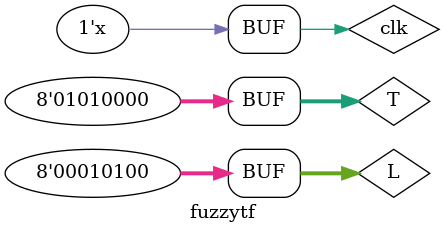
<source format=v>
`timescale 1ns / 1ps


module fuzzytf;

	// Inputs
	reg [7:0] T;
	reg [7:0] L;
	reg clk;

	// Outputs
	wire [7:0] pw;

	// Instantiate the Unit Under Test (UUT)
	fuzzylogiccontroller uut (
		.T(T), 
		.L(L), 
		.clk(clk), 
		.pw(pw)
	);
	always #5 clk = ~clk;
	initial begin
		// Initialize Inputs
		T = 110;
		L = 130; //187
		clk = 0;

		// Wait 100 ns for global reset to finish
		#5000;
		T = 240;//255
		L = 240;
      #5000; 
		T = 80;
		L = 20;		//131
		// Add stimulus here

	end
      
endmodule


</source>
